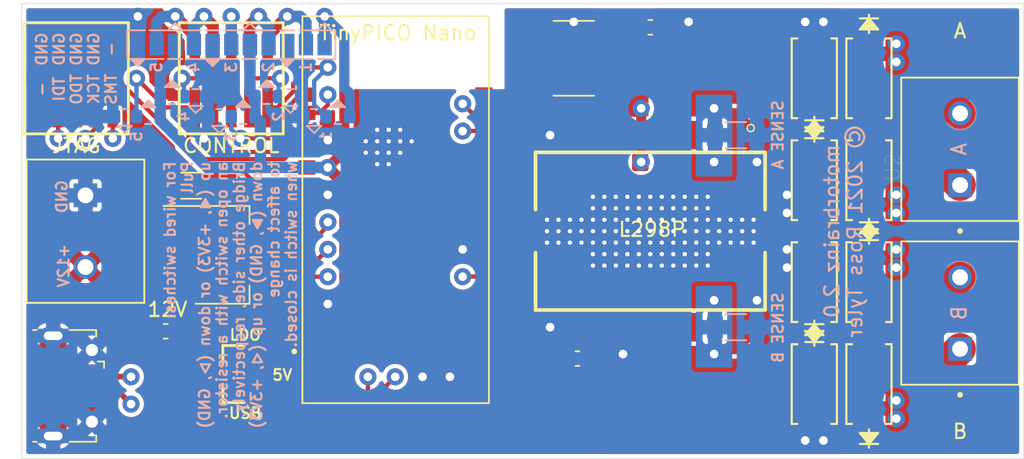
<source format=kicad_pcb>
(kicad_pcb (version 20171130) (host pcbnew 5.1.9-2.fc34)
  (title_block (title motorbrainz) (date 2021-03-14) (rev 1.0) (company "Ross Tyler") (comment 1 "Five input switches") (comment 2 "ESP32 microcontroller") (comment 3 "TinyPICO Nano module") (comment 4 "L298P dual H bridge motor controller"))
  (layers (0 F.Cu signal) (1 In1.Cu power) (2 In2.Cu power hide) (31 B.Cu power) (34 B.Paste user hide) (35 F.Paste user hide) (36 B.SilkS user) (37 F.SilkS user hide) (38 B.Mask user hide) (39 F.Mask user hide) (44 Edge.Cuts user))
  (net 0 "")
  (net 1 /TCK)
  (net 2 /TMS)
  (net 3 /TDI)
  (net 4 /TDO)
  (net 5 /OUTA2)
  (net 6 /OUTA1)
  (net 7 /OUTB2)
  (net 8 /OUTB1)
  (net 9 GND)
  (net 10 +12V)
  (net 11 +5V)
  (net 12 /SENA)
  (net 13 /SENB)
  (net 14 /INB2)
  (net 15 /INB1)
  (net 16 /INA2)
  (net 17 /INA1)
  (net 18 /RESET)
  (net 19 /TXD)
  (net 20 /RXD)
  (net 21 /IO0)
  (net 22 /ENB)
  (net 23 /ENA)
  (net 24 +3V3)
  (net 25 /+5VNEAR)
  (net 26 /+5VFAR)
  (net 27 /SW5R)
  (net 28 /SW5B)
  (net 29 /SW4R)
  (net 30 /SW4B)
  (net 31 /SW3R)
  (net 32 /SW3B)
  (net 33 /SW2R)
  (net 34 /SW2B)
  (net 35 /SW1R)
  (net 36 /SW1B)
  (net 37 "Net-(J2-Pad4)")
  (net 38 /D+)
  (net 39 /D-)
  (net 40 "Net-(U1-Pad1)")
  (net 41 "Net-(U1-Pad7)")
  (net 42 "Net-(U1-Pad18)")
  (net 43 "Net-(U1-Pad17)")
  (net 44 "Net-(U1-Pad16)")
  (net 45 "Net-(U1-Pad11)")
  (net 46 "Net-(U1-Pad10)")
  (net 47 "Net-(U1-Pad9)")
  (net 48 "Net-(U1-Pad36)")
  (net 49 "Net-(U1-Pad33)")
  (net 50 "Net-(J1-Pad10)")
  (net 51 "Net-(J1-Pad1)")
  (module Connector_USB:USB_Micro-B_Molex-105017-0001 (layer F.Cu) (at 95.504 112.395 270)
    (fp_text reference J2 hide)
    (fp_text value USB_B_Micro)
    (pad 6 smd rect (at -2.9 1.2375 270) (size 1.2 1.9) (layers F.Cu F.Mask) (net 9 GND))
    (pad 6 smd rect (at 2.9 1.2375 270) (size 1.2 1.9) (layers F.Cu F.Mask) (net 9 GND))
    (pad 6 thru_hole oval (at 3.5 1.2375 270) (size 1.2 1.9) (drill oval 0.6 1.3) (layers *.Cu *.Mask) (net 9 GND))
    (pad 6 thru_hole oval (at -3.5 1.2375 90) (size 1.2 1.9) (drill oval 0.6 1.3) (layers *.Cu *.Mask) (net 9 GND))
    (pad 6 smd rect (at -1 1.2375 270) (size 1.5 1.9) (layers F.Cu F.Paste F.Mask) (net 9 GND))
    (pad 6 thru_hole circle (at 2.5 -1.4625 270) (size 1.45 1.45) (drill 0.85) (layers *.Cu *.Mask) (net 9 GND))
    (pad 3 smd rect (at 0 -1.4625 270) (size 0.4 1.35) (layers F.Cu F.Paste F.Mask) (net 38 /D+))
    (pad 4 smd rect (at 0.65 -1.4625 270) (size 0.4 1.35) (layers F.Cu F.Paste F.Mask) (net 37 "Net-(J2-Pad4)"))
    (pad 5 smd rect (at 1.3 -1.4625 270) (size 0.4 1.35) (layers F.Cu F.Paste F.Mask) (net 9 GND))
    (pad 1 smd rect (at -1.3 -1.4625 270) (size 0.4 1.35) (layers F.Cu F.Paste F.Mask) (net 26 /+5VFAR))
    (pad 2 smd rect (at -0.65 -1.4625 270) (size 0.4 1.35) (layers F.Cu F.Paste F.Mask) (net 39 /D-))
    (pad 6 thru_hole circle (at -2.5 -1.4625 270) (size 1.45 1.45) (drill 0.85) (layers *.Cu *.Mask) (net 9 GND))
    (pad 6 smd rect (at 1 1.2375 270) (size 1.5 1.9) (layers F.Cu F.Paste F.Mask) (net 9 GND))
  )
  (module snapeda:SAMTEC-FTSH-105-01-X-DV (layer F.Cu) (at 95.885 90.932 180)
    (fp_text reference J1 hide)
    (fp_text value FTSH-105-01-S-DV-K)
    (pad 10 smd rect (at 2.54 -2.032 180) (size 0.74 2.79) (layers F.Cu F.Paste) (net 50 "Net-(J1-Pad10)"))
    (pad 9 smd rect (at 2.54 2.032 180) (size 0.74 2.79) (layers F.Cu F.Paste) (net 9 GND))
    (pad 8 smd rect (at 1.27 -2.032 180) (size 0.74 2.79) (layers F.Cu F.Paste) (net 3 /TDI))
    (pad 7 smd rect (at 1.27 2.032 180) (size 0.74 2.79) (layers F.Cu F.Paste) (net 9 GND))
    (pad 6 smd rect (at 0 -2.032 180) (size 0.74 2.79) (layers F.Cu F.Paste) (net 4 /TDO))
    (pad 5 smd rect (at 0 2.032 180) (size 0.74 2.79) (layers F.Cu F.Paste) (net 9 GND))
    (pad 4 smd rect (at -1.27 -2.032 180) (size 0.74 2.79) (layers F.Cu F.Paste) (net 1 /TCK))
    (pad 3 smd rect (at -1.27 2.032 180) (size 0.74 2.79) (layers F.Cu F.Paste) (net 9 GND))
    (pad 2 smd rect (at -2.54 -2.032 180) (size 0.74 2.79) (layers F.Cu F.Paste) (net 2 /TMS))
    (pad 1 smd rect (at -2.54 2.032 180) (size 0.74 2.79) (layers F.Cu F.Paste) (net 51 "Net-(J1-Pad1)"))
  )
  (module Resistor_SMD:R_0603_1608Metric (layer B.Cu) (at 99.2505 93.599 180)
    (fp_text reference R12 hide)
    (fp_text value 10k)
    (pad 2 smd roundrect (at 0.825 0 180) (size 0.8 0.95) (layers B.Cu B.Paste B.Mask) (net 9 GND))
    (pad 1 smd roundrect (at -0.825 0 180) (size 0.8 0.95) (layers B.Cu B.Paste B.Mask) (net 27 /SW5R))
  )
  (module Resistor_SMD:R_0603_1608Metric (layer B.Cu) (at 114.1095 93.599 180)
    (fp_text reference R3 hide)
    (fp_text value 10k)
    (pad 2 smd roundrect (at 0.825 0 180) (size 0.8 0.95) (layers B.Cu B.Paste B.Mask) (net 35 /SW1R))
    (pad 1 smd roundrect (at -0.825 0 180) (size 0.8 0.95) (layers B.Cu B.Paste B.Mask) (net 24 +3V3))
  )
  (module Resistor_SMD:R_0603_1608Metric (layer B.Cu) (at 109.1565 92.202)
    (fp_text reference R5 hide)
    (fp_text value 10k)
    (pad 2 smd roundrect (at 0.825 0) (size 0.8 0.95) (layers B.Cu B.Paste B.Mask) (net 33 /SW2R))
    (pad 1 smd roundrect (at -0.825 0) (size 0.8 0.95) (layers B.Cu B.Paste B.Mask) (net 24 +3V3))
  )
  (module Resistor_SMD:R_0603_1608Metric (layer B.Cu) (at 107.5055 93.599 180)
    (fp_text reference R7 hide)
    (fp_text value 10k)
    (pad 2 smd roundrect (at 0.825 0 180) (size 0.8 0.95) (layers B.Cu B.Paste B.Mask) (net 31 /SW3R))
    (pad 1 smd roundrect (at -0.825 0 180) (size 0.8 0.95) (layers B.Cu B.Paste B.Mask) (net 24 +3V3))
  )
  (module Resistor_SMD:R_0603_1608Metric (layer B.Cu) (at 102.5525 92.202)
    (fp_text reference R9 hide)
    (fp_text value 10k)
    (pad 2 smd roundrect (at 0.825 0) (size 0.8 0.95) (layers B.Cu B.Paste B.Mask) (net 29 /SW4R))
    (pad 1 smd roundrect (at -0.825 0) (size 0.8 0.95) (layers B.Cu B.Paste B.Mask) (net 24 +3V3))
  )
  (module Jumper:SolderJumper-3_P1.3mm_Open_Pad1.0x1.5mm (layer B.Cu) (at 111.887 88.5825)
    (fp_text reference JP1 hide)
    (fp_text value SolderJumper_3_Open)
    (pad 1 smd rect (at -1.3 0) (size 1 1.5) (layers B.Cu B.Mask) (net 9 GND))
    (pad 2 smd rect (at 0 0) (size 1 1.5) (layers B.Cu B.Mask) (net 36 /SW1B))
    (pad 3 smd rect (at 1.3 0) (size 1 1.5) (layers B.Cu B.Mask) (net 24 +3V3))
  )
  (module Jumper:SolderJumper-3_P1.3mm_Open_Pad1.0x1.5mm (layer B.Cu) (at 109.2835 88.5825 180)
    (fp_text reference JP2 hide)
    (fp_text value SolderJumper_3_Open)
    (pad 1 smd rect (at -1.3 0 180) (size 1 1.5) (layers B.Cu B.Mask) (net 9 GND))
    (pad 2 smd rect (at 0 0 180) (size 1 1.5) (layers B.Cu B.Mask) (net 34 /SW2B))
    (pad 3 smd rect (at 1.3 0 180) (size 1 1.5) (layers B.Cu B.Mask) (net 24 +3V3))
  )
  (module Jumper:SolderJumper-3_P1.3mm_Open_Pad1.0x1.5mm (layer B.Cu) (at 106.68 88.5825)
    (fp_text reference JP3 hide)
    (fp_text value SolderJumper_3_Open)
    (pad 1 smd rect (at -1.3 0) (size 1 1.5) (layers B.Cu B.Mask) (net 9 GND))
    (pad 2 smd rect (at 0 0) (size 1 1.5) (layers B.Cu B.Mask) (net 32 /SW3B))
    (pad 3 smd rect (at 1.3 0) (size 1 1.5) (layers B.Cu B.Mask) (net 24 +3V3))
  )
  (module Jumper:SolderJumper-3_P1.3mm_Open_Pad1.0x1.5mm (layer B.Cu) (at 104.0765 88.5825 180)
    (fp_text reference JP4 hide)
    (fp_text value SolderJumper_3_Open)
    (pad 1 smd rect (at -1.3 0 180) (size 1 1.5) (layers B.Cu B.Mask) (net 9 GND))
    (pad 2 smd rect (at 0 0 180) (size 1 1.5) (layers B.Cu B.Mask) (net 30 /SW4B))
    (pad 3 smd rect (at 1.3 0 180) (size 1 1.5) (layers B.Cu B.Mask) (net 24 +3V3))
  )
  (module Resistor_SMD:R_0603_1608Metric (layer B.Cu) (at 100.9015 93.599 180)
    (fp_text reference R11 hide)
    (fp_text value 10k)
    (pad 2 smd roundrect (at 0.825 0 180) (size 0.8 0.95) (layers B.Cu B.Paste B.Mask) (net 27 /SW5R))
    (pad 1 smd roundrect (at -0.825 0 180) (size 0.8 0.95) (layers B.Cu B.Paste B.Mask) (net 24 +3V3))
  )
  (module Jumper:SolderJumper-3_P1.3mm_Open_Pad1.0x1.5mm (layer B.Cu) (at 101.473 88.5825)
    (fp_text reference JP5 hide)
    (fp_text value SolderJumper_3_Open)
    (pad 1 smd rect (at -1.3 0) (size 1 1.5) (layers B.Cu B.Mask) (net 9 GND))
    (pad 2 smd rect (at 0 0) (size 1 1.5) (layers B.Cu B.Mask) (net 28 /SW5B))
    (pad 3 smd rect (at 1.3 0) (size 1 1.5) (layers B.Cu B.Mask) (net 24 +3V3))
  )
  (module Resistor_SMD:R_0603_1608Metric (layer B.Cu) (at 104.2035 92.202)
    (fp_text reference R10 hide)
    (fp_text value 10k)
    (pad 2 smd roundrect (at 0.825 0) (size 0.8 0.95) (layers B.Cu B.Paste B.Mask) (net 9 GND))
    (pad 1 smd roundrect (at -0.825 0) (size 0.8 0.95) (layers B.Cu B.Paste B.Mask) (net 29 /SW4R))
  )
  (module Resistor_SMD:R_0603_1608Metric (layer B.Cu) (at 105.8545 93.599 180)
    (fp_text reference R8 hide)
    (fp_text value 10k)
    (pad 2 smd roundrect (at 0.825 0 180) (size 0.8 0.95) (layers B.Cu B.Paste B.Mask) (net 9 GND))
    (pad 1 smd roundrect (at -0.825 0 180) (size 0.8 0.95) (layers B.Cu B.Paste B.Mask) (net 31 /SW3R))
  )
  (module Resistor_SMD:R_0603_1608Metric (layer B.Cu) (at 112.4585 93.599 180)
    (fp_text reference R4 hide)
    (fp_text value 10k)
    (pad 2 smd roundrect (at 0.825 0 180) (size 0.8 0.95) (layers B.Cu B.Paste B.Mask) (net 9 GND))
    (pad 1 smd roundrect (at -0.825 0 180) (size 0.8 0.95) (layers B.Cu B.Paste B.Mask) (net 35 /SW1R))
  )
  (module Resistor_SMD:R_0603_1608Metric (layer B.Cu) (at 110.8075 92.202)
    (fp_text reference R6 hide)
    (fp_text value 10k)
    (pad 2 smd roundrect (at 0.825 0) (size 0.8 0.95) (layers B.Cu B.Paste B.Mask) (net 9 GND))
    (pad 1 smd roundrect (at -0.825 0) (size 0.8 0.95) (layers B.Cu B.Paste B.Mask) (net 33 /SW2R))
  )
  (module snapeda:SAMTEC-FTSH-105-01-X-DV (layer F.Cu) (at 106.68 90.932 180)
    (fp_text reference J7 hide)
    (fp_text value FTSH-105-01-S-DV-K)
    (pad 10 smd rect (at 2.54 -2.032 180) (size 0.74 2.79) (layers F.Cu F.Paste) (net 27 /SW5R))
    (pad 9 smd rect (at 2.54 2.032 180) (size 0.74 2.79) (layers F.Cu F.Paste) (net 28 /SW5B))
    (pad 8 smd rect (at 1.27 -2.032 180) (size 0.74 2.79) (layers F.Cu F.Paste) (net 29 /SW4R))
    (pad 7 smd rect (at 1.27 2.032 180) (size 0.74 2.79) (layers F.Cu F.Paste) (net 30 /SW4B))
    (pad 6 smd rect (at 0 -2.032 180) (size 0.74 2.79) (layers F.Cu F.Paste) (net 31 /SW3R))
    (pad 5 smd rect (at 0 2.032 180) (size 0.74 2.79) (layers F.Cu F.Paste) (net 32 /SW3B))
    (pad 4 smd rect (at -1.27 -2.032 180) (size 0.74 2.79) (layers F.Cu F.Paste) (net 33 /SW2R))
    (pad 3 smd rect (at -1.27 2.032 180) (size 0.74 2.79) (layers F.Cu F.Paste) (net 34 /SW2B))
    (pad 2 smd rect (at -2.54 -2.032 180) (size 0.74 2.79) (layers F.Cu F.Paste) (net 35 /SW1R))
    (pad 1 smd rect (at -2.54 2.032 180) (size 0.74 2.79) (layers F.Cu F.Paste) (net 36 /SW1B))
  )
  (module snapeda:SAMTEC_FTR-103-02-S-S (layer F.Cu) (at 107.315 111.5695 270)
    (fp_text reference J6 hide)
    (fp_text value Conn_01x03_MountingPin)
    (pad 3 smd rect (at 1.27 -1.13 270) (size 0.74 3.73) (layers F.Cu F.Paste F.Mask) (net 26 /+5VFAR))
    (pad 2 smd rect (at 0 1.13 270) (size 0.74 3.73) (layers F.Cu F.Paste F.Mask) (net 11 +5V))
    (pad 1 smd rect (at -1.27 -1.13 270) (size 0.74 3.73) (layers F.Cu F.Paste F.Mask) (net 25 /+5VNEAR))
  )
  (module Capacitor_SMD:C_1206_3216Metric (layer F.Cu) (at 103.886 98.425 180)
    (fp_text reference C2 hide)
    (fp_text value 10uF)
    (pad 2 smd roundrect (at 1.475 0 180) (size 1.15 1.8) (layers F.Cu F.Paste F.Mask) (roundrect_rratio 0.2173904347826087) (net 9 GND))
    (pad 1 smd roundrect (at -1.475 0 180) (size 1.15 1.8) (layers F.Cu F.Paste F.Mask) (roundrect_rratio 0.2173904347826087) (net 25 /+5VNEAR))
  )
  (module Capacitor_SMD:C_2220_5650Metric (layer F.Cu) (at 130.556 89.535 180)
    (fp_text reference C5 hide)
    (fp_text value 47uF)
    (pad 2 smd roundrect (at 2.55 0 180) (size 1.8 5.4) (layers F.Cu F.Paste F.Mask) (roundrect_rratio 0.1388888888888889) (net 9 GND))
    (pad 1 smd roundrect (at -2.55 0 180) (size 1.8 5.4) (layers F.Cu F.Paste F.Mask) (roundrect_rratio 0.1388888888888889) (net 10 +12V))
  )
  (module tinypico-hardware:TinyPICO_Nano (layer F.Cu) (at 118.11 100.33 90)
    (fp_text reference U1)
    (fp_text value tinyPICO_Nano)
    (pad 1 smd rect (at -12.9189 4.445 90) (size 1.2 1) (layers F.Cu F.Paste F.Mask) (net 40 "Net-(U1-Pad1)"))
    (pad 2 smd rect (at -12.9189 3.175 90) (size 1.2 1) (layers F.Cu F.Paste F.Mask) (net 9 GND))
    (pad 3 smd rect (at -12.9189 1.905 90) (size 1.2 1) (layers F.Cu F.Paste F.Mask) (net 18 /RESET))
    (pad 4 smd rect (at -12.9189 0.635 90) (size 1.2 1) (layers F.Cu F.Paste F.Mask) (net 11 +5V))
    (pad 5 smd rect (at -12.9189 -0.635 90) (size 1.2 1) (layers F.Cu F.Paste F.Mask) (net 39 /D-))
    (pad 6 smd rect (at -12.9189 -1.905 90) (size 1.2 1) (layers F.Cu F.Paste F.Mask) (net 38 /D+))
    (pad 7 smd rect (at -12.9189 -3.175 90) (size 1.2 1) (layers F.Cu F.Paste F.Mask) (net 41 "Net-(U1-Pad7)"))
    (pad 8 smd rect (at -12.9189 -4.445 90) (size 1.2 1) (layers F.Cu F.Paste F.Mask) (net 24 +3V3))
    (pad 22 smd rect (at 8.255 -6.16 90) (size 1 1.2) (layers F.Cu F.Paste F.Mask) (net 31 /SW3R))
    (pad 21 smd rect (at 6.985 -6.16 90) (size 1 1.2) (layers F.Cu F.Paste F.Mask) (net 13 /SENB))
    (pad 20 smd rect (at 5.715 -6.16 90) (size 1 1.2) (layers F.Cu F.Paste F.Mask) (net 29 /SW4R))
    (pad 19 smd rect (at 4.445 -6.16 90) (size 1 1.2) (layers F.Cu F.Paste F.Mask) (net 27 /SW5R))
    (pad 18 smd rect (at 3.175 -6.16 90) (size 1 1.2) (layers F.Cu F.Paste F.Mask) (net 42 "Net-(U1-Pad18)"))
    (pad 17 smd rect (at 1.905 -6.16 90) (size 1 1.2) (layers F.Cu F.Paste F.Mask) (net 43 "Net-(U1-Pad17)"))
    (pad 16 smd rect (at 0.635 -6.16 90) (size 1 1.2) (layers F.Cu F.Paste F.Mask) (net 44 "Net-(U1-Pad16)"))
    (pad 15 smd rect (at -0.635 -6.16 90) (size 1 1.2) (layers F.Cu F.Paste F.Mask) (net 4 /TDO))
    (pad 14 smd rect (at -1.905 -6.16 90) (size 1 1.2) (layers F.Cu F.Paste F.Mask) (net 2 /TMS))
    (pad 13 smd rect (at -3.175 -6.16 90) (size 1 1.2) (layers F.Cu F.Paste F.Mask) (net 1 /TCK))
    (pad 12 smd rect (at -4.445 -6.16 90) (size 1 1.2) (layers F.Cu F.Paste F.Mask) (net 3 /TDI))
    (pad 11 smd rect (at -5.715 -6.16 90) (size 1 1.2) (layers F.Cu F.Paste F.Mask) (net 45 "Net-(U1-Pad11)"))
    (pad 10 smd rect (at -6.985 -6.16 90) (size 1 1.2) (layers F.Cu F.Paste F.Mask) (net 46 "Net-(U1-Pad10)"))
    (pad 9 smd rect (at -8.255 -6.16 90) (size 1 1.2) (layers F.Cu F.Paste F.Mask) (net 47 "Net-(U1-Pad9)"))
    (pad 36 smd rect (at 8.2663 6.18 90) (size 1 1.2) (layers F.Cu F.Paste F.Mask) (net 48 "Net-(U1-Pad36)"))
    (pad 35 smd rect (at 6.9963 6.18 90) (size 1 1.2) (layers F.Cu F.Paste F.Mask) (net 12 /SENA))
    (pad 34 smd rect (at 5.7263 6.18 90) (size 1 1.2) (layers F.Cu F.Paste F.Mask) (net 33 /SW2R))
    (pad 33 smd rect (at 4.4563 6.18 90) (size 1 1.2) (layers F.Cu F.Paste F.Mask) (net 49 "Net-(U1-Pad33)"))
    (pad 32 smd rect (at 3.1863 6.18 90) (size 1 1.2) (layers F.Cu F.Paste F.Mask) (net 19 /TXD))
    (pad 31 smd rect (at 1.9163 6.18 90) (size 1 1.2) (layers F.Cu F.Paste F.Mask) (net 20 /RXD))
    (pad 30 smd rect (at 0.6463 6.18 90) (size 1 1.2) (layers F.Cu F.Paste F.Mask) (net 16 /INA2))
    (pad 29 smd rect (at -0.6237 6.18 90) (size 1 1.2) (layers F.Cu F.Paste F.Mask) (net 21 /IO0))
    (pad 28 smd rect (at -1.8937 6.18 90) (size 1 1.2) (layers F.Cu F.Paste F.Mask) (net 23 /ENA))
    (pad 27 smd rect (at -3.1637 6.18 90) (size 1 1.2) (layers F.Cu F.Paste F.Mask) (net 17 /INA1))
    (pad 26 smd rect (at -4.4337 6.18 90) (size 1 1.2) (layers F.Cu F.Paste F.Mask) (net 35 /SW1R))
    (pad 25 smd rect (at -5.7037 6.18 90) (size 1 1.2) (layers F.Cu F.Paste F.Mask) (net 14 /INB2))
    (pad 24 smd rect (at -6.9737 6.18 90) (size 1 1.2) (layers F.Cu F.Paste F.Mask) (net 22 /ENB))
    (pad 23 smd rect (at -8.2437 6.18 90) (size 1 1.2) (layers F.Cu F.Paste F.Mask) (net 15 /INB1))
    (pad 2 smd custom (at 4.6595 -0.7558 90) (size 2.032 2.032) (layers F.Cu F.Paste F.Mask) (net 9 GND) (options (clearance outline) (anchor rect)) (primitives (gr_poly (pts (xy 2.0916 -0.0442) (xy 2.0916 0.6258) (xy 0.2916 2.4158) (xy -2.1584 -0.0442) (xy -0.0284 -2.1642)) (width 0.0001))))
  )
  (module snapeda:SOIC127P1420X360-20N (layer F.Cu) (at 135.89 101.6 270)
    (fp_text reference U2 (at -4.447665 -16.896585 90) (layer F.SilkS) (effects (font (size 1.000606 1.000606) (thickness 0.015))))
    (fp_text value L298P)
    (pad 23 smd rect (at 0 6.3 270) (size 2.9 3.05) (layers F.Cu F.Mask) (net 9 GND))
    (pad 22 smd rect (at 0 -6.3 270) (size 2.9 3.05) (layers F.Cu F.Mask) (net 9 GND))
    (pad 21 smd rect (at 0 0 270) (size 6 9.6) (layers F.Cu F.Mask) (net 9 GND))
    (pad 20 smd rect (at 6.7 -5.715 270) (size 2 0.7) (layers F.Cu F.Paste F.Mask) (net 9 GND))
    (pad 19 smd rect (at 6.7 -4.445 270) (size 2 0.7) (layers F.Cu F.Paste F.Mask) (net 13 /SENB))
    (pad 18 smd rect (at 6.7 -3.175 270) (size 2 0.7) (layers F.Cu F.Paste F.Mask))
    (pad 17 smd rect (at 6.7 -1.905 270) (size 2 0.7) (layers F.Cu F.Paste F.Mask) (net 7 /OUTB2))
    (pad 16 smd rect (at 6.7 -0.635 270) (size 2 0.7) (layers F.Cu F.Paste F.Mask) (net 8 /OUTB1))
    (pad 15 smd rect (at 6.7 0.635 270) (size 2 0.7) (layers F.Cu F.Paste F.Mask) (net 14 /INB2))
    (pad 14 smd rect (at 6.7 1.905 270) (size 2 0.7) (layers F.Cu F.Paste F.Mask) (net 22 /ENB))
    (pad 13 smd rect (at 6.7 3.175 270) (size 2 0.7) (layers F.Cu F.Paste F.Mask) (net 15 /INB1))
    (pad 12 smd rect (at 6.7 4.445 270) (size 2 0.7) (layers F.Cu F.Paste F.Mask) (net 11 +5V))
    (pad 11 smd rect (at 6.7 5.715 270) (size 2 0.7) (layers F.Cu F.Paste F.Mask) (net 9 GND))
    (pad 10 smd rect (at -6.7 5.715 270) (size 2 0.7) (layers F.Cu F.Paste F.Mask) (net 9 GND))
    (pad 9 smd rect (at -6.7 4.445 270) (size 2 0.7) (layers F.Cu F.Paste F.Mask) (net 16 /INA2))
    (pad 8 smd rect (at -6.7 3.175 270) (size 2 0.7) (layers F.Cu F.Paste F.Mask) (net 23 /ENA))
    (pad 7 smd rect (at -6.7 1.905 270) (size 2 0.7) (layers F.Cu F.Paste F.Mask) (net 17 /INA1))
    (pad 6 smd rect (at -6.7 0.635 270) (size 2 0.7) (layers F.Cu F.Paste F.Mask) (net 10 +12V))
    (pad 5 smd rect (at -6.7 -0.635 270) (size 2 0.7) (layers F.Cu F.Paste F.Mask) (net 5 /OUTA2))
    (pad 4 smd rect (at -6.7 -1.905 270) (size 2 0.7) (layers F.Cu F.Paste F.Mask) (net 6 /OUTA1))
    (pad 3 smd rect (at -6.7 -3.175 270) (size 2 0.7) (layers F.Cu F.Paste F.Mask))
    (pad 2 smd rect (at -6.7 -4.445 270) (size 2 0.7) (layers F.Cu F.Paste F.Mask) (net 12 /SENA))
    (pad 1 smd rect (at -6.7 -5.715 270) (size 2 0.7) (layers F.Cu F.Paste F.Mask) (net 9 GND))
  )
  (module Resistor_SMD:R_1206_3216Metric (layer B.Cu) (at 141.859 108.29925)
    (fp_text reference R2 hide)
    (fp_text value 0.1)
    (pad 2 smd roundrect (at 1.4625 0) (size 1.125 1.75) (layers B.Cu B.Paste B.Mask) (roundrect_rratio 0.2222213333333333) (net 9 GND))
    (pad 1 smd roundrect (at -1.4625 0) (size 1.125 1.75) (layers B.Cu B.Paste B.Mask) (roundrect_rratio 0.2222213333333333) (net 13 /SENB))
  )
  (module Resistor_SMD:R_1206_3216Metric (layer B.Cu) (at 141.859 94.90075)
    (fp_text reference R1 hide)
    (fp_text value 0.1)
    (pad 2 smd roundrect (at 1.4625 0) (size 1.125 1.75) (layers B.Cu B.Paste B.Mask) (roundrect_rratio 0.2222213333333333) (net 9 GND))
    (pad 1 smd roundrect (at -1.4625 0) (size 1.125 1.75) (layers B.Cu B.Paste B.Mask) (roundrect_rratio 0.2222213333333333) (net 12 /SENA))
  )
  (module Capacitor_SMD:C_0603_1608Metric (layer F.Cu) (at 135.89 87.376)
    (fp_text reference C4 hide)
    (fp_text value 100nF)
    (pad 2 smd roundrect (at 0.775 0) (size 0.9 0.95) (layers F.Cu F.Paste F.Mask) (net 9 GND))
    (pad 1 smd roundrect (at -0.775 0) (size 0.9 0.95) (layers F.Cu F.Paste F.Mask) (net 10 +12V))
  )
  (module Package_TO_SOT_SMD:SOT-223-3_TabPin2 (layer F.Cu) (at 106.045 103.251)
    (fp_text reference U11 hide)
    (fp_text value LD1117S50TR_SOT223)
    (pad 2 smd rect (at 3.15 0) (size 2 3.8) (layers F.Cu F.Paste F.Mask) (net 25 /+5VNEAR))
    (pad 2 smd rect (at -3.15 0) (size 2 1.5) (layers F.Cu F.Paste F.Mask) (net 25 /+5VNEAR))
    (pad 3 smd rect (at -3.15 2.3) (size 2 1.5) (layers F.Cu F.Paste F.Mask) (net 10 +12V))
    (pad 1 smd rect (at -3.15 -2.3) (size 2 1.5) (layers F.Cu F.Paste F.Mask) (net 9 GND))
  )
  (module snapeda:CONN_282836-2 (layer F.Cu) (at 96.52 101.6 270)
    (fp_text reference J3 hide)
    (fp_text value Screw_Terminal_01x02)
    (pad 1 thru_hole rect (at -2.5 0 270) (size 1.65 1.65) (drill 1.1) (layers *.Cu *.Mask) (net 9 GND))
    (pad 2 thru_hole circle (at 2.5 0 270) (size 1.65 1.65) (drill 1.1) (layers *.Cu *.Mask) (net 10 +12V))
  )
  (module Capacitor_SMD:C_0603_1608Metric (layer F.Cu) (at 130.81 110.49 180)
    (fp_text reference C3 hide)
    (fp_text value 100nF)
    (pad 2 smd roundrect (at 0.775 0 180) (size 0.9 0.95) (layers F.Cu F.Paste F.Mask) (net 9 GND))
    (pad 1 smd roundrect (at -0.775 0 180) (size 0.9 0.95) (layers F.Cu F.Paste F.Mask) (net 11 +5V))
  )
  (module Capacitor_SMD:C_0603_1608Metric (layer F.Cu) (at 102.108 108.585 180)
    (fp_text reference C1 hide)
    (fp_text value 100nF)
    (pad 1 smd roundrect (at -0.775 0 180) (size 0.9 0.95) (layers F.Cu F.Paste F.Mask) (net 10 +12V))
    (pad 2 smd roundrect (at 0.775 0 180) (size 0.9 0.95) (layers F.Cu F.Paste F.Mask) (net 9 GND))
  )
  (module ultralibrarian:CDBA240LL-HF (layer F.Cu) (at 147.32 105.156 90)
    (fp_text reference U10)
    (fp_text value CDBA240LL-HF)
    (pad 2 smd rect (at 1.7018 0 180) (size 1.7018 2.2098) (layers F.Cu F.Paste F.Mask) (net 9 GND))
    (pad 1 smd rect (at -1.7018 0 180) (size 1.7018 2.2098) (layers F.Cu F.Paste F.Mask) (net 7 /OUTB2))
  )
  (module ultralibrarian:CDBA240LL-HF (layer F.Cu) (at 151.13 105.156 270)
    (fp_text reference U9)
    (fp_text value CDBA240LL-HF)
    (pad 2 smd rect (at 1.7018 0) (size 1.7018 2.2098) (layers F.Cu F.Paste F.Mask) (net 7 /OUTB2))
    (pad 1 smd rect (at -1.7018 0) (size 1.7018 2.2098) (layers F.Cu F.Paste F.Mask) (net 10 +12V))
  )
  (module ultralibrarian:CDBA240LL-HF (layer F.Cu) (at 147.32 112.268 270)
    (fp_text reference U8)
    (fp_text value CDBA240LL-HF)
    (pad 2 smd rect (at 1.7018 0) (size 1.7018 2.2098) (layers F.Cu F.Paste F.Mask) (net 9 GND))
    (pad 1 smd rect (at -1.7018 0) (size 1.7018 2.2098) (layers F.Cu F.Paste F.Mask) (net 8 /OUTB1))
  )
  (module ultralibrarian:CDBA240LL-HF (layer F.Cu) (at 151.13 112.268 90)
    (fp_text reference U7)
    (fp_text value CDBA240LL-HF)
    (pad 2 smd rect (at 1.7018 0 180) (size 1.7018 2.2098) (layers F.Cu F.Paste F.Mask) (net 8 /OUTB1))
    (pad 1 smd rect (at -1.7018 0 180) (size 1.7018 2.2098) (layers F.Cu F.Paste F.Mask) (net 10 +12V))
  )
  (module ultralibrarian:CDBA240LL-HF (layer F.Cu) (at 147.32 90.932 90)
    (fp_text reference U6)
    (fp_text value CDBA240LL-HF)
    (pad 2 smd rect (at 1.7018 0 180) (size 1.7018 2.2098) (layers F.Cu F.Paste F.Mask) (net 9 GND))
    (pad 1 smd rect (at -1.7018 0 180) (size 1.7018 2.2098) (layers F.Cu F.Paste F.Mask) (net 5 /OUTA2))
  )
  (module ultralibrarian:CDBA240LL-HF (layer F.Cu) (at 151.13 90.932 270)
    (fp_text reference U5)
    (fp_text value CDBA240LL-HF)
    (pad 2 smd rect (at 1.7018 0) (size 1.7018 2.2098) (layers F.Cu F.Paste F.Mask) (net 5 /OUTA2))
    (pad 1 smd rect (at -1.7018 0) (size 1.7018 2.2098) (layers F.Cu F.Paste F.Mask) (net 10 +12V))
  )
  (module ultralibrarian:CDBA240LL-HF (layer F.Cu) (at 147.32 98.044 270)
    (fp_text reference U4)
    (fp_text value CDBA240LL-HF)
    (pad 2 smd rect (at 1.7018 0) (size 1.7018 2.2098) (layers F.Cu F.Paste F.Mask) (net 9 GND))
    (pad 1 smd rect (at -1.7018 0) (size 1.7018 2.2098) (layers F.Cu F.Paste F.Mask) (net 6 /OUTA1))
  )
  (module ultralibrarian:CDBA240LL-HF (layer F.Cu) (at 151.13 98.044 90)
    (fp_text reference U3)
    (fp_text value CDBA240LL-HF)
    (pad 2 smd rect (at 1.7018 0 180) (size 1.7018 2.2098) (layers F.Cu F.Paste F.Mask) (net 6 /OUTA1))
    (pad 1 smd rect (at -1.7018 0 180) (size 1.7018 2.2098) (layers F.Cu F.Paste F.Mask) (net 10 +12V))
  )
  (module snapeda:CONN_282836-2 (layer F.Cu) (at 157.48 107.315 90)
    (fp_text reference J5 hide)
    (fp_text value Screw_Terminal_01x02)
    (pad 2 thru_hole circle (at 2.5 0 90) (size 1.65 1.65) (drill 1.1) (layers *.Cu *.Mask) (net 7 /OUTB2))
    (pad 1 thru_hole rect (at -2.5 0 90) (size 1.65 1.65) (drill 1.1) (layers *.Cu *.Mask) (net 8 /OUTB1))
  )
  (module snapeda:CONN_282836-2 (layer F.Cu) (at 157.48 95.885 90)
    (fp_text reference J4 hide)
    (fp_text value Screw_Terminal_01x02)
    (pad 1 thru_hole rect (at -2.5 0 90) (size 1.65 1.65) (drill 1.1) (layers *.Cu *.Mask) (net 6 /OUTA1))
    (pad 2 thru_hole circle (at 2.5 0 90) (size 1.65 1.65) (drill 1.1) (layers *.Cu *.Mask) (net 5 /OUTA2))
  )
  (gr_text 5V (at 110.236 111.633) (layer F.SilkS) (effects (font (size 0.75 0.75))))
  (gr_text LDO (at 107.6575 108.839) (layer F.SilkS) (effects (font (size 0.75 0.75))))
  (gr_text USB (at 107.6575 114.3) (layer F.SilkS) (effects (font (size 0.75 0.75))))
  (gr_text "motorbrainz 2.0\n© 2021 Ross Tyler" (at 149.352 101.6 90) (layer B.SilkS) (effects (font (size 1 1)) (justify mirror)))
  (gr_text "For wired switches:\nPull\nup (◀, +3V3) or down (▷, GND)\nan open switch with a resistor.\nBridge other side, respectively,\ndown (▶, GND) or up (◁, +3V3)\nto affect change\nwhen switch is closed." (at 106.63375 96.647 90) (layer B.SilkS) (effects (font (size 0.75 0.75)) (justify left mirror)))
  (gr_text B (at 157.4125 107.315 90) (layer B.SilkS) (effects (font (size 1 1)) (justify mirror)))
  (gr_text A (at 157.4125 95.885 90) (layer B.SilkS) (effects (font (size 1 1)) (justify mirror)))
  (gr_text "-\nTDI\nTDO\nTCK\nTMS" (at 95.885 91.694 90) (layer B.SilkS) (effects (font (size 0.75 0.75)) (justify mirror)))
  (gr_text "GND\nGND\nGND\nGND\n-" (at 95.885 88.9 90) (layer B.SilkS) (effects (font (size 0.75 0.75)) (justify mirror)))
  (gr_text 1 (at 113.284 94.996 90) (layer B.SilkS) (effects (font (size 0.75 0.75)) (justify mirror)))
  (gr_text 2 (at 109.982 93.599 90) (layer B.SilkS) (effects (font (size 0.75 0.75)) (justify mirror)))
  (gr_text 3 (at 106.68 94.996 90) (layer B.SilkS) (effects (font (size 0.75 0.75)) (justify mirror)))
  (gr_text 4 (at 103.378 93.599 90) (layer B.SilkS) (effects (font (size 0.75 0.75)) (justify mirror)))
  (gr_text 5 (at 100.076 94.996 90) (layer B.SilkS) (effects (font (size 0.75 0.75)) (justify mirror)))
  (gr_text 5 (at 101.473 90.17 90) (layer B.SilkS) (effects (font (size 0.75 0.75)) (justify mirror)))
  (gr_text 4 (at 104.0765 90.17 90) (layer B.SilkS) (effects (font (size 0.75 0.75)) (justify mirror)))
  (gr_text 3 (at 106.68 90.17 90) (layer B.SilkS) (effects (font (size 0.75 0.75)) (justify mirror)))
  (gr_text 2 (at 109.2835 90.17 90) (layer B.SilkS) (effects (font (size 0.75 0.75)) (justify mirror)))
  (gr_text 1 (at 111.887 90.17 90) (layer B.SilkS) (effects (font (size 0.75 0.75)) (justify mirror)))
  (gr_text 12V (at 102.235 107.061) (layer F.SilkS) (effects (font (size 1 1))))
  (gr_text "SENSE B" (at 144.78 108.331 90) (layer B.SilkS) (effects (font (size 0.75 0.75)) (justify mirror)))
  (gr_text "SENSE A" (at 144.78 94.869 90) (layer B.SilkS) (effects (font (size 0.75 0.75)) (justify mirror)))
  (gr_text B (at 157.48 115.57) (layer F.SilkS) (effects (font (size 1 1))))
  (gr_text A (at 157.48 87.63) (layer F.SilkS) (effects (font (size 1 1))))
  (gr_text L298P (at 136.017 101.473) (layer F.SilkS) (effects (font (size 1 1))))
  (gr_text "TinyPICO Nano" (at 118.3005 87.757) (layer F.SilkS) (effects (font (size 1 1))))
  (gr_text GND (at 94.869 99.187 90) (layer B.SilkS) (effects (font (size 0.75 0.75)) (justify mirror)))
  (gr_text +12V (at 94.996 104.013 90) (layer B.SilkS) (effects (font (size 0.75 0.75)) (justify mirror)))
  (gr_text CONTROL (at 106.68 95.631) (layer F.SilkS) (effects (font (size 1 1))))
  (gr_text JTAG (at 95.885 95.631) (layer F.SilkS) (effects (font (size 1 1))))
  (gr_line (start 92.075 117.475) (end 92.075 101.6) (layer Edge.Cuts) (width 0.05))
  (gr_line (start 161.925 117.475) (end 92.075 117.475) (layer Edge.Cuts) (width 0.05))
  (gr_line (start 161.925 85.725) (end 161.925 117.475) (layer Edge.Cuts) (width 0.05))
  (gr_line (start 92.075 85.725) (end 161.925 85.725) (layer Edge.Cuts) (width 0.05))
  (gr_line (start 92.075 101.6) (end 92.075 85.725) (layer Edge.Cuts) (width 0.05))
  (via (at 113.411 102.87) (size 1.2) (drill 0.6) (layers F.Cu B.Cu) (net 1))
  (segment (start 112.776 103.505) (end 113.411 102.87) (width 0.3) (layer F.Cu) (net 1))
  (segment (start 111.95 103.505) (end 112.776 103.505) (width 0.3) (layer F.Cu) (net 1))
  (via (at 96.52 95.123) (size 1.2) (drill 0.6) (layers F.Cu B.Cu) (net 1))
  (segment (start 97.155 94.488) (end 96.52 95.123) (width 0.3) (layer F.Cu) (net 1))
  (segment (start 97.155 92.837) (end 97.155 94.488) (width 0.3) (layer F.Cu) (net 1))
  (via (at 113.411 100.965) (size 1.2) (drill 0.6) (layers F.Cu B.Cu) (net 2))
  (segment (start 112.410002 102.235) (end 113.411 101.234002) (width 0.3) (layer F.Cu) (net 2))
  (segment (start 113.411 101.234002) (end 113.411 100.965) (width 0.3) (layer F.Cu) (net 2))
  (segment (start 111.95 102.235) (end 112.410002 102.235) (width 0.3) (layer F.Cu) (net 2))
  (via (at 98.425 95.123) (size 1.2) (drill 0.6) (layers F.Cu B.Cu) (net 2))
  (segment (start 98.425 92.837) (end 98.425 95.123) (width 0.3) (layer F.Cu) (net 2))
  (via (at 113.411 104.775) (size 1.2) (drill 0.6) (layers F.Cu B.Cu) (net 3))
  (segment (start 111.95 104.775) (end 113.411 104.775) (width 0.3) (layer F.Cu) (net 3))
  (via (at 94.615 95.123) (size 1.2) (drill 0.6) (layers F.Cu B.Cu) (net 3))
  (segment (start 94.615 92.837) (end 94.615 95.123) (width 0.3) (layer F.Cu) (net 3))
  (segment (start 107.24 97.155) (end 111.05 100.965) (width 0.3) (layer F.Cu) (net 4))
  (segment (start 104.70288 97.155) (end 107.24 97.155) (width 0.3) (layer F.Cu) (net 4))
  (segment (start 111.05 100.965) (end 111.95 100.965) (width 0.3) (layer F.Cu) (net 4))
  (segment (start 103.19549 95.44849) (end 103.19549 95.64761) (width 0.3) (layer F.Cu) (net 4))
  (segment (start 98.965999 91.218999) (end 103.19549 95.44849) (width 0.3) (layer F.Cu) (net 4))
  (segment (start 96.504999 91.218999) (end 98.965999 91.218999) (width 0.3) (layer F.Cu) (net 4))
  (segment (start 95.885 91.838998) (end 96.504999 91.218999) (width 0.3) (layer F.Cu) (net 4))
  (segment (start 103.19549 95.64761) (end 104.70288 97.155) (width 0.3) (layer F.Cu) (net 4))
  (segment (start 95.885 92.964) (end 95.885 91.838998) (width 0.3) (layer F.Cu) (net 4))
  (segment (start 156.7288 92.6338) (end 157.48 93.385) (width 2.2) (layer F.Cu) (net 5))
  (segment (start 151.13 92.6338) (end 156.7288 92.6338) (width 2.2) (layer F.Cu) (net 5))
  (segment (start 147.32 92.6338) (end 151.13 92.6338) (width 2.2) (layer F.Cu) (net 5))
  (segment (start 147.32 92.6338) (end 146.7358 92.6338) (width 2) (layer F.Cu) (net 5))
  (segment (start 143.256 89.154) (end 146.7358 92.6338) (width 2) (layer F.Cu) (net 5))
  (segment (start 155.4372 96.3422) (end 157.48 98.385) (width 2.2) (layer F.Cu) (net 6))
  (segment (start 147.32 96.3422) (end 155.4372 96.3422) (width 2.2) (layer F.Cu) (net 6))
  (segment (start 147.1422 96.3422) (end 147.32 96.3422) (width 2) (layer F.Cu) (net 6))
  (segment (start 142.24 91.44) (end 147.1422 96.3422) (width 2) (layer F.Cu) (net 6))
  (segment (start 155.4372 106.8578) (end 157.48 104.815) (width 2.2) (layer F.Cu) (net 7))
  (segment (start 147.32 106.8578) (end 155.4372 106.8578) (width 2.2) (layer F.Cu) (net 7))
  (segment (start 147.1422 106.8578) (end 147.32 106.8578) (width 2) (layer F.Cu) (net 7))
  (segment (start 142.24 111.76) (end 147.1422 106.8578) (width 2) (layer F.Cu) (net 7))
  (segment (start 156.7288 110.5662) (end 157.48 109.815) (width 2.2) (layer F.Cu) (net 8))
  (segment (start 147.32 110.5662) (end 156.7288 110.5662) (width 2.2) (layer F.Cu) (net 8))
  (segment (start 146.7358 110.5662) (end 143.256 114.046) (width 2) (layer F.Cu) (net 8))
  (segment (start 147.32 110.5662) (end 146.7358 110.5662) (width 2) (layer F.Cu) (net 8))
  (via (at 104.775 95.123) (size 1.2) (drill 0.6) (layers F.Cu B.Cu) (net 9))
  (via (at 116.854 94.527) (size 0.8) (drill 0.3) (layers F.Cu B.Cu) (net 9))
  (via (at 116.054 95.327) (size 0.8) (drill 0.3) (layers F.Cu B.Cu) (net 9))
  (via (at 120.015 111.76) (size 1.2) (drill 0.6) (layers F.Cu B.Cu) (net 9))
  (via (at 113.411 106.68) (size 1.2) (drill 0.6) (layers F.Cu B.Cu) (net 9))
  (via (at 143.3215 106.426) (size 1.2) (drill 0.6) (layers F.Cu B.Cu) (net 9))
  (via (at 143.3215 96.774) (size 1.2) (drill 0.6) (layers F.Cu B.Cu) (net 9))
  (via (at 118.454 94.527) (size 0.8) (drill 0.3) (layers F.Cu B.Cu) (net 9))
  (via (at 118.454 95.327) (size 0.8) (drill 0.3) (layers F.Cu B.Cu) (net 9))
  (via (at 119.254 95.327) (size 0.8) (drill 0.3) (layers F.Cu B.Cu) (net 9))
  (via (at 118.454 96.127) (size 0.8) (drill 0.3) (layers F.Cu B.Cu) (net 9))
  (via (at 117.654 96.927) (size 0.8) (drill 0.3) (layers F.Cu B.Cu) (net 9))
  (via (at 116.854 96.127) (size 0.8) (drill 0.3) (layers F.Cu B.Cu) (net 9))
  (via (at 116.854 95.327) (size 0.8) (drill 0.3) (layers F.Cu B.Cu) (net 9))
  (via (at 116.054 96.127) (size 0.8) (drill 0.3) (layers F.Cu B.Cu) (net 9))
  (via (at 116.854 96.927) (size 0.8) (drill 0.3) (layers F.Cu B.Cu) (net 9))
  (via (at 117.654 94.527) (size 0.8) (drill 0.3) (layers F.Cu B.Cu) (net 9))
  (via (at 117.654 95.327) (size 0.8) (drill 0.3) (layers F.Cu B.Cu) (net 9))
  (via (at 117.654 96.127) (size 0.8) (drill 0.3) (layers F.Cu B.Cu) (net 9))
  (via (at 131.89 104) (size 0.8) (drill 0.3) (layers F.Cu B.Cu) (net 9))
  (via (at 132.69 104) (size 0.8) (drill 0.3) (layers F.Cu B.Cu) (net 9))
  (via (at 133.49 104) (size 0.8) (drill 0.3) (layers F.Cu B.Cu) (net 9))
  (via (at 134.29 104) (size 0.8) (drill 0.3) (layers F.Cu B.Cu) (net 9))
  (via (at 135.09 104) (size 0.8) (drill 0.3) (layers F.Cu B.Cu) (net 9))
  (via (at 135.89 104) (size 0.8) (drill 0.3) (layers F.Cu B.Cu) (net 9))
  (via (at 136.69 104) (size 0.8) (drill 0.3) (layers F.Cu B.Cu) (net 9))
  (via (at 137.49 104) (size 0.8) (drill 0.3) (layers F.Cu B.Cu) (net 9))
  (via (at 138.29 104) (size 0.8) (drill 0.3) (layers F.Cu B.Cu) (net 9))
  (via (at 139.09 104) (size 0.8) (drill 0.3) (layers F.Cu B.Cu) (net 9))
  (via (at 139.89 104) (size 0.8) (drill 0.3) (layers F.Cu B.Cu) (net 9))
  (via (at 139.89 103.2) (size 0.8) (drill 0.3) (layers F.Cu B.Cu) (net 9))
  (via (at 139.09 103.2) (size 0.8) (drill 0.3) (layers F.Cu B.Cu) (net 9))
  (via (at 138.29 103.2) (size 0.8) (drill 0.3) (layers F.Cu B.Cu) (net 9))
  (via (at 137.49 103.2) (size 0.8) (drill 0.3) (layers F.Cu B.Cu) (net 9))
  (via (at 136.69 103.2) (size 0.8) (drill 0.3) (layers F.Cu B.Cu) (net 9))
  (via (at 135.89 103.2) (size 0.8) (drill 0.3) (layers F.Cu B.Cu) (net 9))
  (via (at 135.09 103.2) (size 0.8) (drill 0.3) (layers F.Cu B.Cu) (net 9))
  (via (at 134.29 103.2) (size 0.8) (drill 0.3) (layers F.Cu B.Cu) (net 9))
  (via (at 133.49 103.2) (size 0.8) (drill 0.3) (layers F.Cu B.Cu) (net 9))
  (via (at 132.69 103.2) (size 0.8) (drill 0.3) (layers F.Cu B.Cu) (net 9))
  (via (at 131.89 103.2) (size 0.8) (drill 0.3) (layers F.Cu B.Cu) (net 9))
  (via (at 128.69 102.4) (size 0.8) (drill 0.3) (layers F.Cu B.Cu) (net 9))
  (via (at 129.49 102.4) (size 0.8) (drill 0.3) (layers F.Cu B.Cu) (net 9))
  (via (at 130.29 102.4) (size 0.8) (drill 0.3) (layers F.Cu B.Cu) (net 9))
  (via (at 131.09 102.4) (size 0.8) (drill 0.3) (layers F.Cu B.Cu) (net 9))
  (via (at 131.89 102.4) (size 0.8) (drill 0.3) (layers F.Cu B.Cu) (net 9))
  (via (at 132.69 102.4) (size 0.8) (drill 0.3) (layers F.Cu B.Cu) (net 9))
  (via (at 133.49 102.4) (size 0.8) (drill 0.3) (layers F.Cu B.Cu) (net 9))
  (via (at 134.29 102.4) (size 0.8) (drill 0.3) (layers F.Cu B.Cu) (net 9))
  (via (at 135.09 102.4) (size 0.8) (drill 0.3) (layers F.Cu B.Cu) (net 9))
  (via (at 135.89 102.4) (size 0.8) (drill 0.3) (layers F.Cu B.Cu) (net 9))
  (via (at 136.69 102.4) (size 0.8) (drill 0.3) (layers F.Cu B.Cu) (net 9))
  (via (at 137.49 102.4) (size 0.8) (drill 0.3) (layers F.Cu B.Cu) (net 9))
  (via (at 138.29 102.4) (size 0.8) (drill 0.3) (layers F.Cu B.Cu) (net 9))
  (via (at 139.09 102.4) (size 0.8) (drill 0.3) (layers F.Cu B.Cu) (net 9))
  (via (at 139.89 102.4) (size 0.8) (drill 0.3) (layers F.Cu B.Cu) (net 9))
  (via (at 140.69 102.4) (size 0.8) (drill 0.3) (layers F.Cu B.Cu) (net 9))
  (via (at 141.49 102.4) (size 0.8) (drill 0.3) (layers F.Cu B.Cu) (net 9))
  (via (at 142.29 102.4) (size 0.8) (drill 0.3) (layers F.Cu B.Cu) (net 9))
  (via (at 143.09 102.4) (size 0.8) (drill 0.3) (layers F.Cu B.Cu) (net 9))
  (via (at 135.09 101.6) (size 0.8) (drill 0.3) (layers F.Cu B.Cu) (net 9))
  (via (at 134.29 101.6) (size 0.8) (drill 0.3) (layers F.Cu B.Cu) (net 9))
  (via (at 133.49 101.6) (size 0.8) (drill 0.3) (layers F.Cu B.Cu) (net 9))
  (via (at 132.69 101.6) (size 0.8) (drill 0.3) (layers F.Cu B.Cu) (net 9))
  (via (at 131.89 101.6) (size 0.8) (drill 0.3) (layers F.Cu B.Cu) (net 9))
  (via (at 131.09 101.6) (size 0.8) (drill 0.3) (layers F.Cu B.Cu) (net 9))
  (via (at 131.09 101.6) (size 0.8) (drill 0.3) (layers F.Cu B.Cu) (net 9))
  (via (at 130.29 101.6) (size 0.8) (drill 0.3) (layers F.Cu B.Cu) (net 9))
  (via (at 129.49 101.6) (size 0.8) (drill 0.3) (layers F.Cu B.Cu) (net 9))
  (via (at 128.69 101.6) (size 0.8) (drill 0.3) (layers F.Cu B.Cu) (net 9))
  (via (at 131.89 99.2) (size 0.8) (drill 0.3) (layers F.Cu B.Cu) (net 9))
  (via (at 132.69 99.2) (size 0.8) (drill 0.3) (layers F.Cu B.Cu) (net 9))
  (via (at 133.49 99.2) (size 0.8) (drill 0.3) (layers F.Cu B.Cu) (net 9))
  (via (at 134.29 99.2) (size 0.8) (drill 0.3) (layers F.Cu B.Cu) (net 9))
  (via (at 135.09 99.2) (size 0.8) (drill 0.3) (layers F.Cu B.Cu) (net 9))
  (via (at 135.89 99.2) (size 0.8) (drill 0.3) (layers F.Cu B.Cu) (net 9))
  (via (at 136.69 99.2) (size 0.8) (drill 0.3) (layers F.Cu B.Cu) (net 9))
  (via (at 137.49 99.2) (size 0.8) (drill 0.3) (layers F.Cu B.Cu) (net 9))
  (via (at 138.29 99.2) (size 0.8) (drill 0.3) (layers F.Cu B.Cu) (net 9))
  (via (at 139.09 99.2) (size 0.8) (drill 0.3) (layers F.Cu B.Cu) (net 9))
  (via (at 139.89 99.2) (size 0.8) (drill 0.3) (layers F.Cu B.Cu) (net 9))
  (via (at 139.89 100) (size 0.8) (drill 0.3) (layers F.Cu B.Cu) (net 9))
  (via (at 139.09 100) (size 0.8) (drill 0.3) (layers F.Cu B.Cu) (net 9))
  (via (at 138.29 100) (size 0.8) (drill 0.3) (layers F.Cu B.Cu) (net 9))
  (via (at 137.49 100) (size 0.8) (drill 0.3) (layers F.Cu B.Cu) (net 9))
  (via (at 136.69 100) (size 0.8) (drill 0.3) (layers F.Cu B.Cu) (net 9))
  (via (at 135.89 100) (size 0.8) (drill 0.3) (layers F.Cu B.Cu) (net 9))
  (via (at 135.09 100) (size 0.8) (drill 0.3) (layers F.Cu B.Cu) (net 9))
  (via (at 134.29 100) (size 0.8) (drill 0.3) (layers F.Cu B.Cu) (net 9))
  (via (at 133.49 100) (size 0.8) (drill 0.3) (layers F.Cu B.Cu) (net 9))
  (via (at 132.69 100) (size 0.8) (drill 0.3) (layers F.Cu B.Cu) (net 9))
  (via (at 131.89 100) (size 0.8) (drill 0.3) (layers F.Cu B.Cu) (net 9))
  (via (at 128.69 100.8) (size 0.8) (drill 0.3) (layers F.Cu B.Cu) (net 9))
  (via (at 129.49 100.8) (size 0.8) (drill 0.3) (layers F.Cu B.Cu) (net 9))
  (via (at 130.29 100.8) (size 0.8) (drill 0.3) (layers F.Cu B.Cu) (net 9))
  (via (at 131.09 100.8) (size 0.8) (drill 0.3) (layers F.Cu B.Cu) (net 9))
  (via (at 131.89 100.8) (size 0.8) (drill 0.3) (layers F.Cu B.Cu) (net 9))
  (via (at 132.69 100.8) (size 0.8) (drill 0.3) (layers F.Cu B.Cu) (net 9))
  (via (at 133.49 100.8) (size 0.8) (drill 0.3) (layers F.Cu B.Cu) (net 9))
  (via (at 134.29 100.8) (size 0.8) (drill 0.3) (layers F.Cu B.Cu) (net 9))
  (via (at 135.09 100.8) (size 0.8) (drill 0.3) (layers F.Cu B.Cu) (net 9))
  (via (at 135.89 100.8) (size 0.8) (drill 0.3) (layers F.Cu B.Cu) (net 9))
  (via (at 136.69 100.8) (size 0.8) (drill 0.3) (layers F.Cu B.Cu) (net 9))
  (via (at 137.49 100.8) (size 0.8) (drill 0.3) (layers F.Cu B.Cu) (net 9))
  (via (at 138.29 100.8) (size 0.8) (drill 0.3) (layers F.Cu B.Cu) (net 9))
  (via (at 139.09 100.8) (size 0.8) (drill 0.3) (layers F.Cu B.Cu) (net 9))
  (via (at 139.89 100.8) (size 0.8) (drill 0.3) (layers F.Cu B.Cu) (net 9))
  (via (at 140.69 100.8) (size 0.8) (drill 0.3) (layers F.Cu B.Cu) (net 9))
  (via (at 141.49 100.8) (size 0.8) (drill 0.3) (layers F.Cu B.Cu) (net 9))
  (via (at 142.29 100.8) (size 0.8) (drill 0.3) (layers F.Cu B.Cu) (net 9))
  (via (at 143.09 100.8) (size 0.8) (drill 0.3) (layers F.Cu B.Cu) (net 9))
  (via (at 143.09 101.6) (size 0.8) (drill 0.3) (layers F.Cu B.Cu) (net 9))
  (via (at 142.29 101.6) (size 0.8) (drill 0.3) (layers F.Cu B.Cu) (net 9))
  (via (at 141.49 101.6) (size 0.8) (drill 0.3) (layers F.Cu B.Cu) (net 9))
  (via (at 140.69 101.6) (size 0.8) (drill 0.3) (layers F.Cu B.Cu) (net 9))
  (via (at 139.89 101.6) (size 0.8) (drill 0.3) (layers F.Cu B.Cu) (net 9))
  (via (at 139.09 101.6) (size 0.8) (drill 0.3) (layers F.Cu B.Cu) (net 9))
  (via (at 138.29 101.6) (size 0.8) (drill 0.3) (layers F.Cu B.Cu) (net 9))
  (via (at 137.49 101.6) (size 0.8) (drill 0.3) (layers F.Cu B.Cu) (net 9))
  (via (at 136.69 101.6) (size 0.8) (drill 0.3) (layers F.Cu B.Cu) (net 9))
  (via (at 135.89 101.6) (size 0.8) (drill 0.3) (layers F.Cu B.Cu) (net 9))
  (via (at 146.685 86.995) (size 1.2) (drill 0.6) (layers F.Cu B.Cu) (net 9))
  (via (at 147.955 86.995) (size 1.2) (drill 0.6) (layers F.Cu B.Cu) (net 9))
  (via (at 145.415 99.06) (size 1.2) (drill 0.6) (layers F.Cu B.Cu) (net 9))
  (via (at 145.415 100.33) (size 1.2) (drill 0.6) (layers F.Cu B.Cu) (net 9))
  (via (at 145.415 102.87) (size 1.2) (drill 0.6) (layers F.Cu B.Cu) (net 9))
  (via (at 145.415 104.14) (size 1.2) (drill 0.6) (layers F.Cu B.Cu) (net 9))
  (via (at 146.685 116.205) (size 1.2) (drill 0.6) (layers F.Cu B.Cu) (net 9))
  (via (at 147.955 116.205) (size 1.2) (drill 0.6) (layers F.Cu B.Cu) (net 9))
  (via (at 128.905 94.9) (size 1.2) (drill 0.6) (layers F.Cu B.Cu) (net 9))
  (via (at 128.905 108.3) (size 1.2) (drill 0.6) (layers F.Cu B.Cu) (net 9))
  (via (at 133.985 110.1725) (size 1.2) (drill 0.6) (layers F.Cu B.Cu) (net 9))
  (segment (start 105.0285 92.203) (end 105.0295 92.202) (width 0.8) (layer B.Cu) (net 9))
  (segment (start 105.0285 93.599) (end 105.0285 92.203) (width 0.8) (layer B.Cu) (net 9))
  (segment (start 111.6335 92.203) (end 111.6325 92.202) (width 0.8) (layer B.Cu) (net 9))
  (segment (start 111.6335 93.599) (end 111.6335 92.203) (width 0.8) (layer B.Cu) (net 9))
  (segment (start 110.587 89.612502) (end 110.587 88.5825) (width 0.8) (layer B.Cu) (net 9))
  (segment (start 111.6325 90.658002) (end 110.587 89.612502) (width 0.8) (layer B.Cu) (net 9))
  (segment (start 111.6325 92.202) (end 111.6325 90.658002) (width 0.8) (layer B.Cu) (net 9))
  (segment (start 105.38 91.8505) (end 105.0285 92.202) (width 0.8) (layer B.Cu) (net 9))
  (segment (start 105.38 88.5825) (end 105.38 91.8505) (width 0.8) (layer B.Cu) (net 9))
  (via (at 113.411 99.06) (size 1.2) (drill 0.6) (layers F.Cu B.Cu) (net 9))
  (via (at 113.411 95.25) (size 1.2) (drill 0.6) (layers F.Cu B.Cu) (net 9))
  (via (at 122.809 102.87) (size 1.2) (drill 0.6) (layers F.Cu B.Cu) (net 9))
  (segment (start 96.9665 113.695) (end 96.9665 114.895) (width 0.4) (layer F.Cu) (net 9))
  (segment (start 120.863528 111.76) (end 120.015 111.76) (width 1) (layer F.Cu) (net 9))
  (segment (start 121.285 112.181472) (end 120.863528 111.76) (width 1) (layer F.Cu) (net 9))
  (segment (start 121.285 113.2489) (end 121.285 112.181472) (width 1) (layer F.Cu) (net 9))
  (via (at 138.557 86.995) (size 1.2) (drill 0.6) (layers F.Cu B.Cu) (net 9))
  (via (at 130.556 86.995) (size 1.2) (drill 0.6) (layers F.Cu B.Cu) (net 9))
  (via (at 100.173 86.614) (size 1.2) (drill 0.6) (layers F.Cu B.Cu) (net 9))
  (via (at 121.92 111.76) (size 1.2) (drill 0.6) (layers F.Cu B.Cu) (net 9))
  (via (at 153.035 100.33) (size 1.2) (drill 0.6) (layers F.Cu B.Cu) (net 10))
  (via (at 153.035 102.87) (size 1.2) (drill 0.6) (layers F.Cu B.Cu) (net 10))
  (via (at 153.035 99.06) (size 1.2) (drill 0.6) (layers F.Cu B.Cu) (net 10))
  (via (at 153.035 104.14) (size 1.2) (drill 0.6) (layers F.Cu B.Cu) (net 10))
  (via (at 153.035 89.789) (size 1.2) (drill 0.6) (layers F.Cu B.Cu) (net 10))
  (via (at 153.035 88.519) (size 1.2) (drill 0.6) (layers F.Cu B.Cu) (net 10))
  (via (at 153.035 113.411) (size 1.2) (drill 0.6) (layers F.Cu B.Cu) (net 10))
  (via (at 153.035 114.681) (size 1.2) (drill 0.6) (layers F.Cu B.Cu) (net 10))
  (via (at 135.255 93.0275) (size 1.2) (drill 0.6) (layers F.Cu B.Cu) (net 10))
  (via (at 135.255 96.774) (size 1.2) (drill 0.6) (layers F.Cu B.Cu) (net 10))
  (segment (start 133.49 89.284) (end 133.106 88.9) (width 1) (layer F.Cu) (net 10))
  (segment (start 133.49 92.71) (end 133.49 89.284) (width 1) (layer F.Cu) (net 10))
  (segment (start 102.883 108.585) (end 102.895 105.551) (width 1) (layer F.Cu) (net 10))
  (segment (start 131.445 108.3) (end 131.445 110.49) (width 0.7) (layer F.Cu) (net 11))
  (segment (start 106.185 111.5695) (end 110.9345 111.5695) (width 1.2) (layer F.Cu) (net 11))
  (segment (start 118.745 113.2489) (end 118.745 114.3) (width 1) (layer F.Cu) (net 11))
  (via (at 122.809 92.71) (size 1.2) (drill 0.6) (layers F.Cu B.Cu) (net 12))
  (via (at 140.335 96.774) (size 1.2) (drill 0.6) (layers F.Cu B.Cu) (net 12))
  (via (at 140.335 93.0275) (size 1.2) (drill 0.6) (layers F.Cu B.Cu) (net 12))
  (segment (start 123.4327 93.3337) (end 122.809 92.71) (width 0.3) (layer F.Cu) (net 12))
  (segment (start 124.29 93.3337) (end 123.4327 93.3337) (width 0.3) (layer F.Cu) (net 12))
  (via (at 140.335 110.1725) (size 1.2) (drill 0.6) (layers F.Cu B.Cu) (net 13))
  (via (at 140.335 106.426) (size 1.2) (drill 0.6) (layers F.Cu B.Cu) (net 13))
  (via (at 113.411 92.075) (size 1.2) (drill 0.6) (layers F.Cu B.Cu) (net 13))
  (segment (start 113.411 92.784) (end 113.411 92.075) (width 0.3) (layer F.Cu) (net 13))
  (segment (start 112.85 93.345) (end 113.411 92.784) (width 0.3) (layer F.Cu) (net 13))
  (segment (start 111.95 93.345) (end 112.85 93.345) (width 0.3) (layer F.Cu) (net 13))
  (segment (start 133.904979 105.449979) (end 127.150521 105.449979) (width 0.3) (layer F.Cu) (net 14))
  (segment (start 135.255 106.8) (end 133.904979 105.449979) (width 0.3) (layer F.Cu) (net 14))
  (segment (start 135.255 108.3) (end 135.255 106.8) (width 0.3) (layer F.Cu) (net 14))
  (segment (start 126.5668 106.0337) (end 127.150521 105.449979) (width 0.3) (layer F.Cu) (net 14))
  (segment (start 124.29 106.0337) (end 126.5668 106.0337) (width 0.3) (layer F.Cu) (net 14))
  (segment (start 132.155002 106.85) (end 128.227 106.85) (width 0.3) (layer F.Cu) (net 15))
  (segment (start 132.715 107.409998) (end 132.155002 106.85) (width 0.3) (layer F.Cu) (net 15))
  (segment (start 132.715 108.3) (end 132.715 107.409998) (width 0.3) (layer F.Cu) (net 15))
  (segment (start 126.5033 108.5737) (end 128.227 106.85) (width 0.3) (layer F.Cu) (net 15))
  (segment (start 124.29 108.5737) (end 126.5033 108.5737) (width 0.3) (layer F.Cu) (net 15))
  (segment (start 131.445 96.139) (end 131.445 94.9) (width 0.3) (layer F.Cu) (net 16))
  (segment (start 131.233999 96.350001) (end 131.445 96.139) (width 0.3) (layer F.Cu) (net 16))
  (segment (start 127.042999 96.350001) (end 131.233999 96.350001) (width 0.3) (layer F.Cu) (net 16))
  (segment (start 125.603 97.79) (end 127.042999 96.350001) (width 0.3) (layer F.Cu) (net 16))
  (segment (start 125.603 99.010702) (end 125.603 97.79) (width 0.3) (layer F.Cu) (net 16))
  (segment (start 124.930002 99.6837) (end 125.603 99.010702) (width 0.3) (layer F.Cu) (net 16))
  (segment (start 124.29 99.6837) (end 124.930002 99.6837) (width 0.3) (layer F.Cu) (net 16))
  (segment (start 127.635 97.79) (end 127.127 98.298) (width 0.3) (layer F.Cu) (net 17))
  (segment (start 132.334 97.79) (end 127.635 97.79) (width 0.3) (layer F.Cu) (net 17))
  (segment (start 133.985 96.139) (end 132.334 97.79) (width 0.3) (layer F.Cu) (net 17))
  (segment (start 133.985 94.9) (end 133.985 96.139) (width 0.3) (layer F.Cu) (net 17))
  (segment (start 124.579999 103.404801) (end 124.26 103.7248) (width 0.3) (layer F.Cu) (net 17))
  (segment (start 127.127 101.7567) (end 127.127 98.298) (width 0.3) (layer F.Cu) (net 17))
  (segment (start 125.39 103.4937) (end 127.127 101.7567) (width 0.3) (layer F.Cu) (net 17))
  (segment (start 124.29 103.4937) (end 125.39 103.4937) (width 0.3) (layer F.Cu) (net 17))
  (segment (start 133.334989 106.149989) (end 127.657011 106.149989) (width 0.3) (layer F.Cu) (net 22))
  (segment (start 133.985 106.8) (end 133.334989 106.149989) (width 0.3) (layer F.Cu) (net 22))
  (segment (start 133.985 108.3) (end 133.985 106.8) (width 0.3) (layer F.Cu) (net 22))
  (segment (start 126.5033 107.3037) (end 127.657011 106.149989) (width 0.3) (layer F.Cu) (net 22))
  (segment (start 124.29 107.3037) (end 126.5033 107.3037) (width 0.3) (layer F.Cu) (net 22))
  (segment (start 132.715 96.139) (end 132.715 94.9) (width 0.3) (layer F.Cu) (net 23))
  (segment (start 127.358989 97.050011) (end 131.803989 97.050011) (width 0.3) (layer F.Cu) (net 23))
  (segment (start 126.365 98.044) (end 127.358989 97.050011) (width 0.3) (layer F.Cu) (net 23))
  (segment (start 131.803989 97.050011) (end 132.715 96.139) (width 0.3) (layer F.Cu) (net 23))
  (segment (start 126.365 100.788702) (end 126.365 98.044) (width 0.3) (layer F.Cu) (net 23))
  (segment (start 124.930002 102.2237) (end 126.365 100.788702) (width 0.3) (layer F.Cu) (net 23))
  (segment (start 124.29 102.2237) (end 124.930002 102.2237) (width 0.3) (layer F.Cu) (net 23))
  (via (at 113.187 86.614) (size 1.2) (drill 0.6) (layers F.Cu B.Cu) (net 24))
  (via (at 113.411 97.155) (size 1.2) (drill 0.6) (layers F.Cu B.Cu) (net 24))
  (segment (start 101.7265 92.203) (end 101.7275 92.202) (width 0.8) (layer B.Cu) (net 24))
  (segment (start 101.7265 93.599) (end 101.7265 92.203) (width 0.8) (layer B.Cu) (net 24))
  (segment (start 108.3305 92.203) (end 108.3315 92.202) (width 0.8) (layer B.Cu) (net 24))
  (segment (start 108.3305 93.599) (end 108.3305 92.203) (width 0.8) (layer B.Cu) (net 24))
  (segment (start 102.773 89.612502) (end 102.773 88.5825) (width 0.8) (layer B.Cu) (net 24))
  (segment (start 101.7275 90.658002) (end 102.773 89.612502) (width 0.8) (layer B.Cu) (net 24))
  (segment (start 101.7275 92.202) (end 101.7275 90.658002) (width 0.8) (layer B.Cu) (net 24))
  (segment (start 107.9835 91.854) (end 108.3315 92.202) (width 0.8) (layer B.Cu) (net 24))
  (segment (start 107.9835 88.5825) (end 107.9835 91.854) (width 0.8) (layer B.Cu) (net 24))
  (segment (start 113.665 112.338898) (end 113.665 113.2489) (width 0.8) (layer F.Cu) (net 24))
  (segment (start 114.611001 111.392897) (end 113.665 112.338898) (width 0.8) (layer F.Cu) (net 24))
  (segment (start 113.187 88.5825) (end 113.187 86.614) (width 0.8) (layer B.Cu) (net 24))
  (segment (start 114.611001 98.355001) (end 114.611001 111.392897) (width 0.8) (layer F.Cu) (net 24))
  (segment (start 113.411 97.155) (end 114.611001 98.355001) (width 0.8) (layer F.Cu) (net 24))
  (segment (start 114.561001 87.988001) (end 113.187 86.614) (width 0.7) (layer F.Cu) (net 24))
  (segment (start 114.561001 96.004999) (end 114.561001 87.988001) (width 0.7) (layer F.Cu) (net 24))
  (segment (start 113.411 97.155) (end 114.561001 96.004999) (width 0.7) (layer F.Cu) (net 24))
  (segment (start 101.7265 93.850502) (end 101.7265 93.599) (width 0.8) (layer B.Cu) (net 24))
  (segment (start 105.030998 97.155) (end 101.7265 93.850502) (width 0.8) (layer B.Cu) (net 24))
  (segment (start 108.712 97.155) (end 105.030998 97.155) (width 0.8) (layer B.Cu) (net 24))
  (segment (start 113.411 97.155) (end 108.712 97.155) (width 0.8) (layer B.Cu) (net 24))
  (segment (start 108.712 93.9805) (end 108.712 97.155) (width 0.8) (layer B.Cu) (net 24))
  (segment (start 108.3305 93.599) (end 108.712 93.9805) (width 0.8) (layer B.Cu) (net 24))
  (segment (start 114.561001 87.988001) (end 113.187 86.614) (width 0.7) (layer B.Cu) (net 24))
  (segment (start 114.561001 91.589835) (end 114.561001 87.988001) (width 0.7) (layer B.Cu) (net 24))
  (segment (start 114.9345 91.963334) (end 114.561001 91.589835) (width 0.7) (layer B.Cu) (net 24))
  (segment (start 114.9345 93.599) (end 114.9345 91.963334) (width 0.7) (layer B.Cu) (net 24))
  (segment (start 108.445 110.2995) (end 108.445 109.36) (width 0.3) (layer F.Cu) (net 25))
  (segment (start 102.895 103.251) (end 105.41 103.251) (width 1.5) (layer F.Cu) (net 25))
  (segment (start 108.445 112.8395) (end 108.445 114.16) (width 0.3) (layer F.Cu) (net 26))
  (via (at 100.076 90.932) (size 1.2) (drill 0.6) (layers F.Cu B.Cu) (net 27))
  (segment (start 111.05 95.885) (end 111.95 95.885) (width 0.3) (layer F.Cu) (net 27))
  (segment (start 110.361989 96.573011) (end 111.05 95.885) (width 0.3) (layer F.Cu) (net 27))
  (segment (start 104.828011 96.573011) (end 110.361989 96.573011) (width 0.3) (layer F.Cu) (net 27))
  (segment (start 103.6955 95.4405) (end 104.828011 96.573011) (width 0.3) (layer F.Cu) (net 27))
  (segment (start 103.6955 94.4245) (end 103.6955 95.4405) (width 0.3) (layer F.Cu) (net 27))
  (segment (start 104.14 93.98) (end 103.6955 94.4245) (width 0.3) (layer F.Cu) (net 27))
  (segment (start 104.14 92.964) (end 104.14 93.98) (width 0.3) (layer F.Cu) (net 27))
  (segment (start 100.0755 90.9325) (end 100.076 90.932) (width 0.3) (layer B.Cu) (net 27))
  (segment (start 100.0755 93.599) (end 100.0755 90.9325) (width 0.3) (layer B.Cu) (net 27))
  (segment (start 102.108 92.964) (end 104.14 92.964) (width 0.3) (layer F.Cu) (net 27))
  (segment (start 100.076 90.932) (end 102.108 92.964) (width 0.3) (layer F.Cu) (net 27))
  (via (at 102.7765 86.614) (size 1.2) (drill 0.6) (layers F.Cu B.Cu) (net 28))
  (segment (start 101.8915 86.614) (end 102.7765 86.614) (width 0.8) (layer B.Cu) (net 28))
  (segment (start 101.473 87.0325) (end 101.8915 86.614) (width 0.8) (layer B.Cu) (net 28))
  (segment (start 101.473 88.5825) (end 101.473 87.0325) (width 0.8) (layer B.Cu) (net 28))
  (segment (start 104.14 87.9775) (end 102.7765 86.614) (width 0.8) (layer F.Cu) (net 28))
  (segment (start 104.14 88.9) (end 104.14 87.9775) (width 0.8) (layer F.Cu) (net 28))
  (segment (start 103.3775 90.9315) (end 103.251 90.805) (width 0.3) (layer B.Cu) (net 29))
  (via (at 103.251 90.932) (size 1.2) (drill 0.6) (layers F.Cu B.Cu) (net 29))
  (segment (start 103.3785 91.0595) (end 103.251 90.932) (width 0.3) (layer B.Cu) (net 29))
  (segment (start 105.41 91.269) (end 105.41 92.964) (width 0.3) (layer F.Cu) (net 29))
  (segment (start 105.073 90.932) (end 105.41 91.269) (width 0.3) (layer F.Cu) (net 29))
  (segment (start 103.251 90.932) (end 105.073 90.932) (width 0.3) (layer F.Cu) (net 29))
  (segment (start 111.05 94.615) (end 111.95 94.615) (width 0.3) (layer F.Cu) (net 29))
  (segment (start 109.591999 96.073001) (end 111.05 94.615) (width 0.3) (layer F.Cu) (net 29))
  (segment (start 106.045 94.624) (end 106.045 95.259002) (width 0.3) (layer F.Cu) (net 29))
  (segment (start 106.858999 96.073001) (end 109.591999 96.073001) (width 0.3) (layer F.Cu) (net 29))
  (segment (start 106.045 95.259002) (end 106.858999 96.073001) (width 0.3) (layer F.Cu) (net 29))
  (segment (start 105.41 93.989) (end 106.045 94.624) (width 0.3) (layer F.Cu) (net 29))
  (segment (start 105.41 92.964) (end 105.41 93.989) (width 0.3) (layer F.Cu) (net 29))
  (segment (start 103.3775 91.0585) (end 103.251 90.932) (width 0.3) (layer B.Cu) (net 29))
  (segment (start 103.3775 92.202) (end 103.3775 91.0585) (width 0.3) (layer B.Cu) (net 29))
  (via (at 104.775 86.614) (size 1.2) (drill 0.6) (layers F.Cu B.Cu) (net 30))
  (segment (start 104.0765 87.3125) (end 104.775 86.614) (width 0.8) (layer B.Cu) (net 30))
  (segment (start 104.0765 88.5825) (end 104.0765 87.3125) (width 0.8) (layer B.Cu) (net 30))
  (segment (start 105.41 87.249) (end 104.775 86.614) (width 0.8) (layer F.Cu) (net 30))
  (segment (start 105.41 88.9) (end 105.41 87.249) (width 0.8) (layer F.Cu) (net 30))
  (via (at 107.315 95.123) (size 1.2) (drill 0.6) (layers F.Cu B.Cu) (net 31))
  (segment (start 106.68 94.488) (end 107.315 95.123) (width 0.3) (layer F.Cu) (net 31))
  (segment (start 106.68 92.964) (end 106.68 94.488) (width 0.3) (layer F.Cu) (net 31))
  (segment (start 109.456002 95.123) (end 107.315 95.123) (width 0.3) (layer F.Cu) (net 31))
  (segment (start 110.49 94.089002) (end 109.456002 95.123) (width 0.3) (layer F.Cu) (net 31))
  (segment (start 110.49 93.074998) (end 110.49 94.089002) (width 0.3) (layer F.Cu) (net 31))
  (segment (start 111.489998 92.075) (end 110.49 93.074998) (width 0.3) (layer F.Cu) (net 31))
  (segment (start 111.95 92.075) (end 111.489998 92.075) (width 0.3) (layer F.Cu) (net 31))
  (segment (start 106.6795 94.4875) (end 107.315 95.123) (width 0.3) (layer B.Cu) (net 31))
  (segment (start 106.6795 93.599) (end 106.6795 94.4875) (width 0.3) (layer B.Cu) (net 31))
  (via (at 106.68 86.614) (size 1.2) (drill 0.6) (layers F.Cu B.Cu) (net 32))
  (segment (start 106.68 88.5825) (end 106.68 86.614) (width 0.8) (layer B.Cu) (net 32))
  (segment (start 106.68 88.9) (end 106.68 86.614) (width 0.8) (layer F.Cu) (net 32))
  (via (at 110.109 90.932) (size 1.2) (drill 0.6) (layers F.Cu B.Cu) (net 33))
  (via (at 122.809 94.615) (size 1.2) (drill 0.6) (layers F.Cu B.Cu) (net 33))
  (segment (start 122.8203 94.6037) (end 122.809 94.615) (width 0.3) (layer F.Cu) (net 33))
  (segment (start 124.29 94.6037) (end 122.8203 94.6037) (width 0.3) (layer F.Cu) (net 33))
  (segment (start 109.9815 91.0595) (end 110.109 90.932) (width 0.3) (layer B.Cu) (net 33))
  (segment (start 109.9815 92.202) (end 109.9815 91.0595) (width 0.3) (layer B.Cu) (net 33))
  (segment (start 108.287 90.932) (end 110.109 90.932) (width 0.3) (layer F.Cu) (net 33))
  (segment (start 107.95 91.269) (end 108.287 90.932) (width 0.3) (layer F.Cu) (net 33))
  (segment (start 107.95 92.964) (end 107.95 91.269) (width 0.3) (layer F.Cu) (net 33))
  (via (at 108.585 86.614) (size 1.2) (drill 0.6) (layers F.Cu B.Cu) (net 34))
  (segment (start 109.2835 87.3125) (end 108.585 86.614) (width 0.8) (layer B.Cu) (net 34))
  (segment (start 109.2835 88.5825) (end 109.2835 87.3125) (width 0.8) (layer B.Cu) (net 34))
  (segment (start 107.95 87.249) (end 108.585 86.614) (width 0.8) (layer F.Cu) (net 34))
  (segment (start 107.95 88.9) (end 107.95 87.249) (width 0.8) (layer F.Cu) (net 34))
  (via (at 113.411 90.17) (size 1.2) (drill 0.6) (layers F.Cu B.Cu) (net 35))
  (via (at 122.809 104.775) (size 1.2) (drill 0.6) (layers F.Cu B.Cu) (net 35))
  (segment (start 112.124998 90.17) (end 113.411 90.17) (width 0.3) (layer F.Cu) (net 35))
  (segment (start 110.999999 91.294999) (end 112.124998 90.17) (width 0.3) (layer F.Cu) (net 35))
  (segment (start 110.999999 91.857879) (end 110.999999 91.294999) (width 0.3) (layer F.Cu) (net 35))
  (segment (start 109.893878 92.964) (end 110.999999 91.857879) (width 0.3) (layer F.Cu) (net 35))
  (segment (start 109.22 92.964) (end 109.893878 92.964) (width 0.3) (layer F.Cu) (net 35))
  (segment (start 112.460999 92.776499) (end 113.2835 93.599) (width 0.3) (layer B.Cu) (net 35))
  (segment (start 112.460999 91.120001) (end 112.460999 92.776499) (width 0.3) (layer B.Cu) (net 35))
  (segment (start 113.411 90.17) (end 112.460999 91.120001) (width 0.3) (layer B.Cu) (net 35))
  (segment (start 122.8203 104.7637) (end 122.809 104.775) (width 0.3) (layer F.Cu) (net 35))
  (segment (start 124.29 104.7637) (end 122.8203 104.7637) (width 0.3) (layer F.Cu) (net 35))
  (via (at 110.5835 86.614) (size 1.2) (drill 0.6) (layers F.Cu B.Cu) (net 36))
  (segment (start 111.887 87.0325) (end 111.4685 86.614) (width 0.8) (layer B.Cu) (net 36))
  (segment (start 111.4685 86.614) (end 110.5835 86.614) (width 0.8) (layer B.Cu) (net 36))
  (segment (start 111.887 88.5825) (end 111.887 87.0325) (width 0.8) (layer B.Cu) (net 36))
  (segment (start 109.22 87.9775) (end 110.5835 86.614) (width 0.8) (layer F.Cu) (net 36))
  (segment (start 109.22 88.9) (end 109.22 87.9775) (width 0.8) (layer F.Cu) (net 36))
  (via (at 116.205 111.76) (size 1.2) (drill 0.6) (layers F.Cu B.Cu) (net 38))
  (via (at 99.695 113.665) (size 1.2) (drill 0.6) (layers F.Cu B.Cu) (net 38))
  (segment (start 116.205 113.2489) (end 116.205 111.76) (width 0.3) (layer F.Cu) (net 38))
  (segment (start 98.425 112.395) (end 99.695 113.665) (width 0.4) (layer F.Cu) (net 38))
  (segment (start 96.9665 112.395) (end 98.425 112.395) (width 0.4) (layer F.Cu) (net 38))
  (via (at 99.695 111.76) (size 1.2) (drill 0.6) (layers F.Cu B.Cu) (net 39))
  (via (at 118.11 111.76) (size 1.2) (drill 0.6) (layers F.Cu B.Cu) (net 39))
  (segment (start 117.475 112.395) (end 118.11 111.76) (width 0.3) (layer F.Cu) (net 39))
  (segment (start 117.475 113.2489) (end 117.475 112.395) (width 0.3) (layer F.Cu) (net 39))
  (segment (start 99.68 111.745) (end 99.695 111.76) (width 0.4) (layer F.Cu) (net 39))
  (segment (start 96.9665 111.745) (end 99.68 111.745) (width 0.4) (layer F.Cu) (net 39))
  (zone (net 9) (net_name GND) (layer F.Cu) (connect_pads (clearance 0.3)) (min_thickness 0.3) (fill yes (arc_segments 32) (thermal_gap 0.3) (thermal_bridge_width 1))
    (polygon (pts (xy 161.925 117.475) (xy 92.075 117.475) (xy 92.075 110.49) (xy 92.075 92.71) (xy 92.075 85.725) (xy 161.925 85.725)))
  )
  (zone (net 9) (net_name GND) (layer B.Cu) (connect_pads (clearance 0.3)) (min_thickness 0.3) (fill yes (arc_segments 32) (thermal_gap 0.3) (thermal_bridge_width 1))
    (polygon (pts (xy 161.925 117.475) (xy 92.075 117.475) (xy 92.075 85.725) (xy 161.925 85.725)))
  )
  (zone (net 7) (net_name /OUTB2) (layer F.Cu) (priority 2) (connect_pads (clearance 0.3)) (min_thickness 0.3) (fill yes (arc_segments 32) (thermal_gap 0.3) (thermal_bridge_width 1))
    (polygon (pts (xy 139.7 110.49) (xy 142.24 110.49) (xy 142.24 112.776) (xy 137.16 112.776) (xy 137.16 107.315) (xy 139.7 107.315)))
  )
  (zone (net 8) (net_name /OUTB1) (layer F.Cu) (priority 1) (connect_pads (clearance 0.3)) (min_thickness 0.3) (fill yes (arc_segments 32) (thermal_gap 0.3) (thermal_bridge_width 1))
    (polygon (pts (xy 139.7 110.49) (xy 143.256 110.49) (xy 143.256 115.062) (xy 135.509 115.062) (xy 135.509 107.315) (xy 139.7 107.315)))
  )
  (zone (net 6) (net_name /OUTA1) (layer F.Cu) (priority 2) (connect_pads (clearance 0.3)) (min_thickness 0.3) (fill yes (arc_segments 32) (thermal_gap 0.3) (thermal_bridge_width 1))
    (polygon (pts (xy 142.24 92.71) (xy 139.7 92.71) (xy 139.7 95.885) (xy 137.414 95.885) (xy 137.414 90.424) (xy 142.24 90.424)))
  )
  (zone (net 5) (net_name /OUTA2) (layer F.Cu) (priority 1) (connect_pads (clearance 0.3)) (min_thickness 0.3) (fill yes (arc_segments 32) (thermal_gap 0.3) (thermal_bridge_width 1))
    (polygon (pts (xy 143.256 92.71) (xy 139.7 92.71) (xy 139.7 95.885) (xy 136 95.8935) (xy 136.017 88.138) (xy 143.256 88.138)))
  )
  (zone (net 11) (net_name +5V) (layer F.Cu) (priority 3) (connect_pads (clearance 0.3)) (min_thickness 0.3) (fill yes (arc_segments 32) (thermal_gap 0.3) (thermal_bridge_width 2))
    (polygon (pts (xy 132.08 116.84) (xy 109.855 116.84) (xy 109.855 113.03) (xy 106.045 113.03) (xy 106.045 110.49) (xy 109.855 110.49) (xy 109.855 109.855) (xy 112.395 109.855) (xy 112.395 113.665) (xy 130.81 113.665) (xy 130.81 107.315) (xy 132.08 107.315)))
  )
  (zone (net 0) (net_name "") (layers F.Cu In1.Cu In2.Cu B.Cu) (connect_pads (clearance 0.3)) (min_thickness 0.3)
    (keepout (tracks not_allowed) (vias not_allowed) (copperpour not_allowed))
    (fill (arc_segments 32) (thermal_gap 0.3) (thermal_bridge_width 1))
    (polygon (pts (xy 125.73 91.694) (xy 115.443 91.694) (xy 115.443 85.725) (xy 125.73 85.725)))
  )
  (zone (net 25) (net_name /+5VNEAR) (layer F.Cu) (priority 2) (connect_pads (clearance 0.3)) (min_thickness 0.3) (fill yes (arc_segments 32) (thermal_gap 0.3) (thermal_bridge_width 2))
    (polygon (pts (xy 111.76 110.236) (xy 103.886 110.236) (xy 103.886 97.282) (xy 111.76 97.282)))
  )
  (zone (net 12) (net_name /SENA) (layer F.Cu) (priority 3) (connect_pads (clearance 0.3)) (min_thickness 0.3) (fill yes (arc_segments 32) (thermal_gap 0.3) (thermal_bridge_width 1))
    (polygon (pts (xy 140.97 97.409) (xy 139.7 97.409) (xy 139.7 92.3925) (xy 140.97 92.3925)))
  )
  (zone (net 13) (net_name /SENB) (layer F.Cu) (priority 3) (connect_pads (clearance 0.3)) (min_thickness 0.3) (fill yes (arc_segments 32) (thermal_gap 0.3) (thermal_bridge_width 1))
    (polygon (pts (xy 140.97 110.8075) (xy 139.6365 110.8075) (xy 139.7 105.791) (xy 140.97 105.791)))
  )
  (zone (net 26) (net_name /+5VFAR) (layer F.Cu) (priority 4) (connect_pads (clearance 0.3)) (min_thickness 0.3) (fill yes (arc_segments 32) (thermal_gap 0.3) (thermal_bridge_width 2))
    (polygon (pts (xy 103.505 112.395) (xy 109.855 112.395) (xy 109.855 116.84) (xy 95.25 116.84) (xy 95.25 109.855) (xy 103.505 109.855)))
  )
  (zone (net 10) (net_name +12V) (layer F.Cu) (priority 1) (connect_pads (clearance 0.3)) (min_thickness 0.3) (fill yes (arc_segments 32) (thermal_gap 0.3) (thermal_bridge_width 1))
    (polygon (pts (xy 104.775 107.315) (xy 100.33 107.315) (xy 94.615 107.315) (xy 94.615 102.235) (xy 104.775 102.235)))
  )
  (zone (net 13) (net_name /SENB) (layer B.Cu) (priority 1) (connect_pads (clearance 0.3)) (min_thickness 0.3) (fill yes (arc_segments 32) (thermal_gap 0.3) (thermal_bridge_width 1))
    (polygon (pts (xy 141.605 111.125) (xy 139.065 111.125) (xy 139.065 105.41) (xy 141.605 105.41)))
  )
  (zone (net 12) (net_name /SENA) (layer B.Cu) (priority 1) (connect_pads (clearance 0.3)) (min_thickness 0.3) (fill yes (arc_segments 32) (thermal_gap 0.3) (thermal_bridge_width 1))
    (polygon (pts (xy 141.605 97.79) (xy 139.065 97.79) (xy 139.065 92.075) (xy 141.605 92.075)))
  )
  (zone (net 10) (net_name +12V) (layer F.Cu) (priority 2) (connect_pads (clearance 0.3)) (min_thickness 0.3) (fill yes (arc_segments 32) (thermal_gap 0.3) (thermal_bridge_width 1))
    (polygon (pts (xy 135.763 97.409) (xy 134.62 97.409) (xy 134.62 93.599) (xy 132.715 93.599) (xy 132.715 86.36) (xy 135.763 86.36)))
  )
  (zone (net 10) (net_name +12V) (layer F.Cu) (priority 1) (connect_pads (clearance 0.3)) (min_thickness 0.3) (fill yes (arc_segments 32) (thermal_gap 0.3) (thermal_bridge_width 1))
    (polygon (pts (xy 161.29 116.84) (xy 149.479 116.84) (xy 149.479 109.7915) (xy 158.369 109.7915) (xy 158.369 105.918) (xy 149.479 105.918) (xy 149.479 97.282) (xy 158.369 97.282) (xy 158.369 93.4085) (xy 149.479 93.4085) (xy 149.479 86.36) (xy 161.29 86.36)))
  )
  (zone (net 9) (net_name GND) (layer F.Cu) (priority 5) (connect_pads yes (clearance 0.3)) (min_thickness 0.3) (fill yes (arc_segments 32) (thermal_gap 0.3) (thermal_bridge_width 2))
    (polygon (pts (xy 97.536 115.316) (xy 96.393 115.316) (xy 96.393 113.538) (xy 97.536 113.538)))
  )
)
</source>
